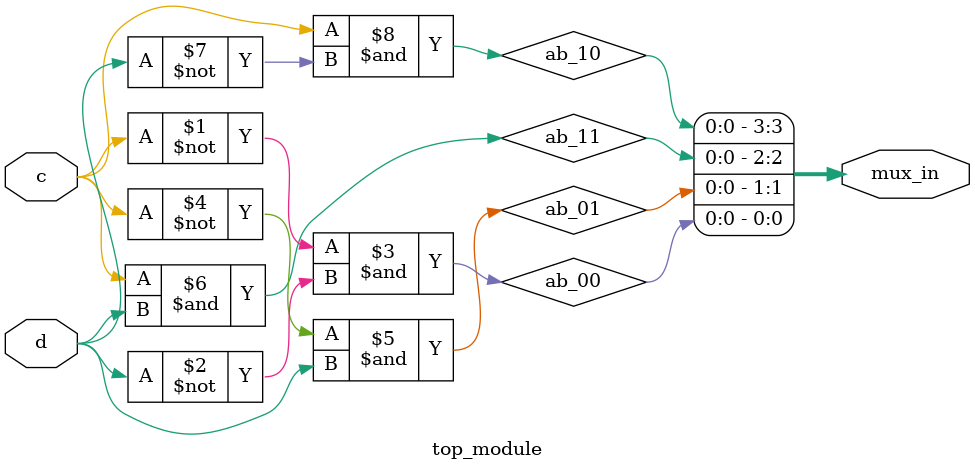
<source format=sv>
module top_module (
	input c,
	input d,
	output [3:0] mux_in
);

wire ab_00, ab_01, ab_11, ab_10;

assign ab_00 = ~c & ~d;
assign ab_01 = ~c & d;
assign ab_11 = c & d;
assign ab_10 = c & ~d;

assign mux_in[0] = ab_00;
assign mux_in[1] = ab_01;
assign mux_in[2] = ab_11;
assign mux_in[3] = ab_10;

endmodule

</source>
